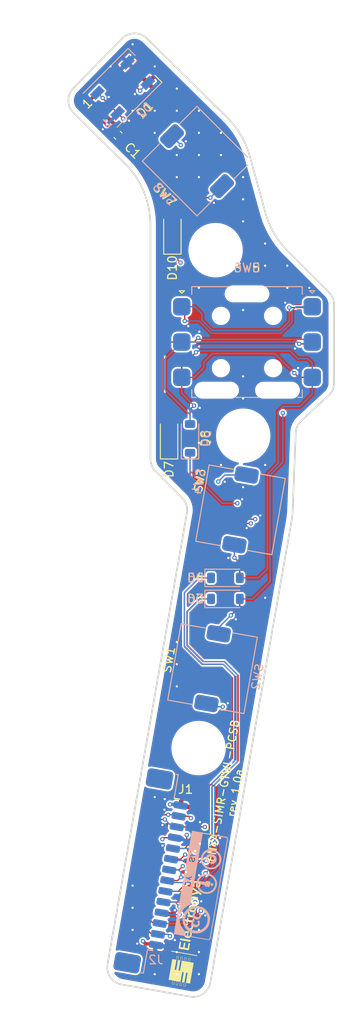
<source format=kicad_pcb>
(kicad_pcb (version 20221018) (generator pcbnew)
  (title_block (title "DIY GT Wheel Side Buttons Board") (date "2023-06-28") (rev "1.0a") (company "Electronya") (comment 1 "ENYA-SIMR-GTWL-PCSB"))
  (layers (0 "F.Cu" mixed "Signal.GND.1") (1 "In1.Cu" mixed "Singal.GND.2") (2 "In2.Cu" mixed "Signal.GND.3") (31 "B.Cu" mixed "Signal.GND.4") (34 "B.Paste" user) (35 "F.Paste" user) (36 "B.SilkS" user "B.Silkscreen") (37 "F.SilkS" user "F.Silkscreen") (38 "B.Mask" user) (39 "F.Mask" user) (44 "Edge.Cuts" user))
  (net 0 "")
  (net 1 "+5V")
  (net 2 "/LED_DO")
  (net 3 "GND")
  (net 4 "/LED_DI")
  (net 5 "/BTN_ROW0")
  (net 6 "Net-(D3-A)")
  (net 7 "/BTN_ROW1")
  (net 8 "Net-(D4-A)")
  (net 9 "/BTN_ROW2")
  (net 10 "Net-(D5-A)")
  (net 11 "/BTN_ROW3")
  (net 12 "Net-(D6-A)")
  (net 13 "/BTN_ROW4")
  (net 14 "Net-(D7-A)")
  (net 15 "/BTN_ROW5")
  (net 16 "Net-(D8-A)")
  (net 17 "/BTN_ROW6")
  (net 18 "Net-(D9-A)")
  (net 19 "/BTN_ROW7")
  (net 20 "Net-(D10-A)")
  (net 21 "/BTN_COL5_6")
  (footprint "MountingHole:MountingHole_3.2mm_M3_DIN965" (layer "F.Cu") (at 214.644268 119.83805)
    (fp_text reference "MH2" hide)
    (fp_text value "MH-NPLTD-M3" hide)
  )
  (footprint "Diode_SMD:D_SOD-123" (layer "F.Cu") (at 206.121 120.142 90)
    (fp_text reference "D7")
    (fp_text value "1N4148W-7-F" hide)
  )
  (footprint "Diode_SMD:D_SOD-123" (layer "F.Cu") (at 212.598 138.557)
    (fp_text reference "D3")
    (fp_text value "1N4148W-7-F" hide)
  )
  (footprint "ENYA_Switch_Push:SKSTAJE_Alps_SPST" (layer "F.Cu") (at 211.120089 146.556993 80)
    (fp_text reference "SW1")
    (fp_text value "SKSTAJE010" hide)
  )
  (footprint "LED_SMD:LED_WS2812B_PLCC4_5.0x5.0mm_P3.2mm" (layer "F.Cu") (at 200.775263 79.925421 45)
    (fp_text reference "D1")
    (fp_text value "WS2812B" hide)
  )
  (footprint "Capacitor_SMD:C_0603_1608Metric" (layer "F.Cu") (at 200.2536 85.3694 -45)
    (fp_text reference "C1")
    (fp_text value "100nF_CER_0603_50V" hide)
  )
  (footprint "ENYA_Connector_PicoBlade:PICO_BLADE_53261_1x14_SMD_RA_1.25MM" (layer "F.Cu") (at 203.17132 169.753376 -100)
    (fp_text reference "J1")
    (fp_text value "PICO_BLADE_1x14_MALE_RA_SMD" hide)
  )
  (footprint "Diode_SMD:D_SOD-123" (layer "F.Cu") (at 208.534 120.142 90)
    (fp_text reference "D8")
    (fp_text value "1N4148W-7-F" hide)
  )
  (footprint "ENYA_Switch_Push:SKSTAJE_Alps_SPST" (layer "F.Cu") (at 214.33258 128.33805 -100)
    (fp_text reference "SW3")
    (fp_text value "SKSTAJE010" hide)
  )
  (footprint "ENYA_Switch_Push:SKSTAJE_Alps_SPST" (layer "F.Cu") (at 209.33258 88.33805 -45)
    (fp_text reference "SW7")
    (fp_text value "SKSTAJE010" hide)
  )
  (footprint "ENYA_Bitmap:Electronya_Logo_12MM" (layer "F.Cu") (at 208.28 176.911 80)
    (fp_text reference "G1" hide)
    (fp_text value "Electronya_Logo" hide)
  )
  (footprint "Diode_SMD:D_SOD-123" (layer "F.Cu") (at 206.502 96.647 90)
    (fp_text reference "D10")
    (fp_text value "1N4148W-7-F" hide)
  )
  (footprint "Diode_SMD:D_SOD-123" (layer "F.Cu") (at 212.598 136.144)
    (fp_text reference "D4")
    (fp_text value "1N4148W-7-F" hide)
  )
  (footprint "MountingHole:MountingHole_3.2mm_M3_DIN965" (layer "F.Cu") (at 211.46894 98.547523)
    (fp_text reference "MH3" hide)
    (fp_text value "MH-NPLTD-M3" hide)
  )
  (footprint "ENYA_Switch_Directional:JS5208_4_DIR_1_PUSH" (layer "F.Cu") (at 215.08258 109.08805)
    (fp_text reference "SW5")
    (fp_text value "JS5208" hide)
  )
  (footprint "MountingHole:MountingHole_3.2mm_M3_DIN965" (layer "F.Cu") (at 209.513843 155.666465)
    (fp_text reference "MH1" hide)
    (fp_text value "MH-NPLTD-M3" hide)
  )
  (footprint "ENYA_Switch_Push:SKSTAJE_Alps_SPST" (layer "B.Cu") (at 209.33258 88.33805 -45)
    (fp_text reference "SW8")
    (fp_text value "SKSTAJE010" hide)
  )
  (footprint "ENYA_Switch_Directional:JS5208_4_DIR_1_PUSH" (layer "B.Cu") (at 215.08258 109.08805 180)
    (fp_text reference "SW6")
    (fp_text value "JS5208" hide)
  )
  (footprint "ENYA_Bitmap:CC-BY-SA_12MM" (layer "B.Cu") (at 209.804 171.45 80)
    (fp_text reference "G2" hide)
    (fp_text value "CC-BY-SA_Logo" hide)
  )
  (footprint "ENYA_Switch_Push:SKSTAJE_Alps_SPST" (layer "B.Cu") (at 214.33258 128.33805 -100)
    (fp_text reference "SW4")
    (fp_text value "SKSTAJE010" hide)
  )
  (footprint "ENYA_Connector_PicoBlade:PICO_BLADE_53261_1x14_SMD_RA_1.25MM" (layer "B.Cu") (at 203.17132 169.753376 80)
    (fp_text reference "J2")
    (fp_text value "PICO_BLADE_1x14_MALE_RA_SMD" hide)
  )
  (footprint "Diode_SMD:D_SOD-123" (layer "B.Cu") (at 208.534 120.142 90)
    (fp_text reference "D9")
    (fp_text value "1N4148W-7-F" hide)
  )
  (footprint "Diode_SMD:D_SOD-123" (layer "B.Cu") (at 212.598 138.557)
    (fp_text reference "D6")
    (fp_text value "1N4148W-7-F" hide)
  )
  (footprint "ENYA_Switch_Push:SKSTAJE_Alps_SPST" (layer "B.Cu") (at 211.120089 146.556993 80)
    (fp_text reference "SW2")
    (fp_text value "SKSTAJE010" hide)
  )
  (footprint "LED_SMD:LED_WS2812B_PLCC4_5.0x5.0mm_P3.2mm" (layer "B.Cu") (at 200.775263 79.925421 45)
    (fp_text reference "D2")
    (fp_text value "WS2812B" hide)
  )
  (footprint "Diode_SMD:D_SOD-123" (layer "B.Cu") (at 212.598 136.144)
    (fp_text reference "D5")
    (fp_text value "1N4148W-7-F" hide)
  )
  (gr_arc (start 219.762316 98.649191) (mid 218.194528 96.614994) (end 217.196543 94.248573) (stroke (width 0.2)) (layer "Edge.Cuts"))
  (gr_line (start 221.321455 118.120369) (end 224.440664 115.2351) (stroke (width 0.2)) (layer "Edge.Cuts"))
  (gr_arc (start 212.774586 83.308006) (mid 214.381364 85.365452) (end 215.400902 87.768654) (stroke (width 0.2)) (layer "Edge.Cuts"))
  (gr_line (start 200.669051 182.792692) (end 208.547514 184.181877) (stroke (width 0.2)) (layer "Edge.Cuts"))
  (gr_arc (start 210.864425 182.559558) (mid 210.041954 183.850553) (end 208.547514 184.181877) (stroke (width 0.2)) (layer "Edge.Cuts"))
  (gr_arc (start 220.681055 119.510704) (mid 220.862969 118.751838) (end 221.321455 118.120369) (stroke (width 0.2)) (layer "Edge.Cuts"))
  (gr_arc (start 225.08258 113.766901) (mid 224.915104 114.568109) (end 224.440664 115.2351) (stroke (width 0.2)) (layer "Edge.Cuts"))
  (gr_arc (start 220.338605 128.300246) (mid 220.289278 128.976277) (end 220.194264 129.647412) (stroke (width 0.2)) (layer "Edge.Cuts"))
  (gr_arc (start 195.142729 82.801975) (mid 194.544916 81.392806) (end 195.118614 79.973651) (stroke (width 0.2)) (layer "Edge.Cuts"))
  (gr_line (start 195.142729 82.801975) (end 200.990326 88.550701) (stroke (width 0.2)) (layer "Edge.Cuts"))
  (gr_arc (start 224.496794 103.383669) (mid 224.930329 104.032518) (end 225.08258 104.797883) (stroke (width 0.2)) (layer "Edge.Cuts"))
  (gr_line (start 225.08258 113.766901) (end 225.08258 104.797883) (stroke (width 0.2)) (layer "Edge.Cuts"))
  (gr_line (start 210.864425 182.559558) (end 220.194264 129.647412) (stroke (width 0.2)) (layer "Edge.Cuts"))
  (gr_arc (start 200.669051 182.792692) (mid 199.378037 181.970224) (end 199.046732 180.47578) (stroke (width 0.2)) (layer "Edge.Cuts"))
  (gr_line (start 220.338605 128.300246) (end 220.681055 119.510704) (stroke (width 0.2)) (layer "Edge.Cuts"))
  (gr_arc (start 200.990326 88.550701) (mid 203.2022 91.815614) (end 203.979803 95.681798) (stroke (width 0.2)) (layer "Edge.Cuts"))
  (gr_arc (start 200.727033 74.268773) (mid 202.136209 73.670923) (end 203.555358 74.244658) (stroke (width 0.2)) (layer "Edge.Cuts"))
  (gr_arc (start 204.565589 123.90997) (mid 204.132037 123.261125) (end 203.979803 122.495757) (stroke (width 0.2)) (layer "Edge.Cuts"))
  (gr_line (start 224.496794 103.383669) (end 219.762316 98.649191) (stroke (width 0.2)) (layer "Edge.Cuts"))
  (gr_line (start 212.774586 83.308006) (end 203.555358 74.244658) (stroke (width 0.2)) (layer "Edge.Cuts"))
  (gr_line (start 217.196543 94.248573) (end 215.400902 87.768654) (stroke (width 0.2)) (layer "Edge.Cuts"))
  (gr_arc (start 207.616796 126.961178) (mid 208.109998 127.773981) (end 208.172198 128.722688) (stroke (width 0.2)) (layer "Edge.Cuts"))
  (gr_line (start 200.727033 74.268773) (end 195.118614 79.973651) (stroke (width 0.2)) (layer "Edge.Cuts"))
  (gr_line (start 203.979803 95.681798) (end 203.979803 122.495757) (stroke (width 0.2)) (layer "Edge.Cuts"))
  (gr_line (start 204.565589 123.90997) (end 207.616796 126.961178) (stroke (width 0.2)) (layer "Edge.Cuts"))
  (gr_line (start 208.172198 128.722688) (end 199.046732 180.47578) (stroke (width 0.2)) (layer "Edge.Cuts"))
  (gr_text "ENYA-SIMR-GTWL-PCSB\nrev 1.0a" (at 214.249 160.909 80) (layer "F.SilkS") (effects (font (size 0.889 0.889)) (justify bottom)))
  (segment (start 197.057016 81.310215) (end 197.876125 80.491106) (width 0.381) (layer "F.Cu") (net 1))
  (segment (start 197.057016 82.249016) (end 197.057016 81.310215) (width 0.381) (layer "F.Cu") (net 1))
  (segment (start 203.4286 178.1302) (end 204.488052 178.1302) (width 0.381) (layer "F.Cu") (net 1))
  (segment (start 199.680192 84.821392) (end 199.705592 84.821392) (width 0.381) (layer "F.Cu") (net 1))
  (segment (start 204.488052 178.1302) (end 204.616371 178.258519) (width 0.381) (layer "F.Cu") (net 1))
  (segment (start 198.9836 84.1248) (end 199.680192 84.821392) (width 0.381) (layer "F.Cu") (net 1))
  (segment (start 198.9328 84.1248) (end 197.057016 82.249016) (width 0.381) (layer "F.Cu") (net 1))
  (segment (start 198.9836 84.1248) (end 198.9328 84.1248) (width 0.381) (layer "F.Cu") (net 1))
  (segment (start 203.4286 178.1302) (end 203.1238 177.8254) (width 0.381) (layer "F.Cu") (net 1))
  (via (at 198.9836 84.1248) (size 0.508) (drill 0.254) (layers "F.Cu" "B.Cu") (net 1))
  (via (at 206.237203 162.121818) (size 0.508) (drill 0.254) (layers "F.Cu" "B.Cu") (net 1))
  (via (at 203.1238 177.8254) (size 0.508) (drill 0.254) (layers "F.Cu" "B.Cu") (net 1))
  (segment (start 207.304579 162.121818) (end 207.438154 162.255393) (width 0.381) (layer "B.Cu") (net 1))
  (segment (start 198.9836 84.1248) (end 200.209578 82.898822) (width 0.381) (layer "B.Cu") (net 1))
  (segment (start 200.209578 82.898822) (end 200.209578 82.824559) (width 0.381) (layer "B.Cu") (net 1))
  (segment (start 206.237203 162.121818) (end 207.304579 162.121818) (width 0.381) (layer "B.Cu") (net 1))
  (segment (start 203.6318 176.53) (end 204.129309 177.027509) (width 0.1524) (layer "F.Cu") (net 2))
  (segment (start 200.8378 83.452781) (end 200.209578 82.824559) (width 0.1524) (layer "F.Cu") (net 2))
  (segment (start 200.8378 83.4644) (end 200.8378 83.452781) (width 0.1524) (layer "F.Cu") (net 2))
  (segment (start 204.129309 177.027509) (end 204.833431 177.027509) (width 0.1524) (layer "F.Cu") (net 2))
  (segment (start 203.6318 165.0238) (end 203.6318 176.53) (width 0.1524) (layer "F.Cu") (net 2))
  (segment (start 205.336887 163.318713) (end 203.6318 165.0238) (width 0.1524) (layer "F.Cu") (net 2))
  (segment (start 198.488228 81.103209) (end 200.209578 82.824559) (width 0.1524) (layer "F.Cu") (net 2))
  (segment (start 206.026158 163.318713) (end 205.336887 163.318713) (width 0.1524) (layer "F.Cu") (net 2))
  (segment (start 198.488228 81.089429) (end 198.488228 81.103209) (width 0.1524) (layer "F.Cu") (net 2))
  (via (at 200.8378 83.4644) (size 0.508) (drill 0.254) (layers "F.Cu" "B.Cu") (net 2))
  (via (at 206.026158 163.318713) (size 0.508) (drill 0.254) (layers "F.Cu" "B.Cu") (net 2))
  (via (at 198.488228 81.089429) (size 0.508) (drill 0.254) (layers "F.Cu" "B.Cu") (net 2))
  (segment (start 206.026158 163.318713) (end 207.053405 163.318713) (width 0.1524) (layer "B.Cu") (net 2))
  (segment (start 197.889905 80.491106) (end 198.488228 81.089429) (width 0.1524) (layer "B.Cu") (net 2))
  (segment (start 207.053405 163.318713) (end 207.221094 163.486402) (width 0.1524) (layer "B.Cu") (net 2))
  (segment (start 197.876125 80.491106) (end 197.889905 80.491106) (width 0.1524) (layer "B.Cu") (net 2))
  (via (at 217.17 138.43) (size 0.508) (drill 0.254) (layers "F.Cu" "B.Cu") (net 3))
  (via (at 205.5876 162.7378) (size 0.508) (drill 0.254) (layers "F.Cu" "B.Cu") (net 3))
  (via (at 209.55 87.63) (size 0.508) (drill 0.254) (layers "F.Cu" "B.Cu") (net 3))
  (via (at 199.1868 80.9752) (size 0.508) (drill 0.254) (layers "F.Cu" "B.Cu") (net 3))
  (via (at 207.01 82.55) (size 0.508) (drill 0.254) (layers "F.Cu" "B.Cu") (net 3))
  (via (at 207.01 80.01) (size 0.508) (drill 0.254) (layers "F.Cu" "B.Cu") (net 3))
  (via (at 209.55 85.09) (size 0.508) (drill 0.254) (layers "F.Cu" "B.Cu") (net 3))
  (via (at 208.3308 107.2642) (size 0.508) (drill 0.254) (layers "F.Cu" "B.Cu") (net 3))
  (via (at 219.71 100.33) (size 0.508) (drill 0.254) (layers "F.Cu" "B.Cu") (net 3))
  (via (at 212.09 85.09) (size 0.508) (drill 0.254) (layers "F.Cu" "B.Cu") (net 3))
  (via (at 214.63 90.17) (size 0.508) (drill 0.254) (layers "F.Cu" "B.Cu") (net 3))
  (via (at 222.25 102.87) (size 0.508) (drill 0.254) (layers "F.Cu" "B.Cu") (net 3))
  (via (at 219.71 102.87) (size 0.508) (drill 0.254) (layers "F.Cu" "B.Cu") (net 3))
  (via (at 208.0768 169.9006) (size 0.508) (drill 0.254) (layers "F.Cu" "B.Cu") (net 3))
  (via (at 209.5754 109.601) (size 0.508) (drill 0.254) (layers "F.Cu" "B.Cu") (net 3))
  (via (at 214.63 95.25) (size 0.508) (drill 0.254) (layers "F.Cu" "B.Cu") (net 3))
  (via (at 199.39 77.47) (size 0.508) (drill 0.254) (layers "F.Cu" "B.Cu") (net 3))
  (via (at 209.6516 116.6368) (size 0.508) (drill 0.254) (layers "F.Cu" "B.Cu") (net 3))
  (via (at 209.677 164.1602) (size 0.508) (drill 0.254) (layers "F.Cu" "B.Cu") (net 3))
  (via (at 209.55 181.61) (size 0.508) (drill 0.254) (layers "F.Cu" "B.Cu") (net 3))
  (via (at 207.01 181.61) (size 0.508) (drill 0.254) (layers "F.Cu" "B.Cu") (net 3))
  (via (at 209.8294 173.2534) (size 0.508) (drill 0.254) (layers "F.Cu" "B.Cu") (net 3))
  (via (at 206.7814 177.6984) (size 0.508) (drill 0.254) (layers "F.Cu" "B.Cu") (net 3))
  (via (at 201.5236 83.693) (size 0.508) (drill 0.254) (layers "F.Cu" "B.Cu") (net 3))
  (via (at 209.55 179.07) (size 0.508) (drill 0.254) (layers "F.Cu" "B.Cu") (net 3))
  (via (at 204.47 82.55) (size 0.508) (drill 0.254) (layers "F.Cu" "B.Cu") (net 3))
  (via (at 217.17 100.33) (size 0.508) (drill 0.254) (layers "F.Cu" "B.Cu") (net 3))
  (via (at 209.55 102.87) (size 0.508) (drill 0.254) (layers "F.Cu" "B.Cu") (net 3))
  (via (at 201.93 74.93) (size 0.508) (drill 0.254) (layers "F.Cu" "B.Cu") (net 3))
  (via (at 209.6008 107.8992) (size 0.508) (drill 0.254) (layers "F.Cu" "B.Cu") (net 3))
  (via (at 220.9546 112.0648) (size 0.508) (drill 0.254) (layers "F.Cu" "B.Cu") (net 3))
  (via (at 212.09 123.19) (size 0.508) (drill 0.254) (layers "F.Cu" "B.Cu") (net 3))
  (via (at 209.6516 166.6494) (size 0.508) (drill 0.254) (layers "F.Cu" "B.Cu") (net 3))
  (via (at 213.7918 140.8938) (size 0.508) (drill 0.254) (layers "F.Cu" "B.Cu") (net 3))
  (via (at 207.01 148.59) (size 0.508) (drill 0.254) (layers "F.Cu" "B.Cu") (net 3))
  (via (at 214.63 113.03) (size 0.508) (drill 0.254) (layers "F.Cu" "B.Cu") (net 3))
  (via (at 212.5218 125.1204) (size 0.508) (drill 0.254) (layers "F.Cu" "B.Cu") (net 3))
  (via (at 211.2772 93.1164) (size 0.508) (drill 0.254) (layers "F.Cu" "B.Cu") (net 3))
  (via (at 217.17 97.79) (size 0.508) (drill 0.254) (layers "F.Cu" "B.Cu") (net 3))
  (via (at 220.599 109.8296) (size 0.508) (drill 0.254) (layers "F.Cu" "B.Cu") (net 3))
  (via (at 209.55 90.17) (size 0.508) (drill 0.254) (layers "F.Cu" "B.Cu") (net 3))
  (via (at 206.7814 174.2694) (size 0.508) (drill 0.254) (layers "F.Cu" "B.Cu") (net 3))
  (via (at 214.63 92.71) (size 0.508) (drill 0.254) (layers "F.Cu" "B.Cu") (net 3))
  (via (at 201.93 176.53) (size 0.508) (drill 0.254) (layers "F.Cu" "B.Cu") (net 3))
  (via (at 214.63 115.57) (size 0.508) (drill 0.254) (layers "F.Cu" "B.Cu") (net 3))
  (via (at 201.93 82.55) (size 0.508) (drill 0.254) (layers "F.Cu" "B.Cu") (net 3))
  (via (at 204.47 85.09) (size 0.508) (drill 0.254) (layers "F.Cu" "B.Cu") (net 3))
  (via (at 207.01 179.07) (size 0.508) (drill 0.254) (layers "F.Cu" "B.Cu") (net 3))
  (via (at 205.359 166.8526) (size 0.508) (drill 0.254) (layers "F.Cu" "B.Cu") (net 3))
  (via (at 214.63 105.41) (size 0.508) (drill 0.254) (layers "F.Cu" "B.Cu") (net 3))
  (via (at 212.09 87.63) (size 0.508) (drill 0.254) (layers "F.Cu" "B.Cu") (net 3))
  (via (at 209.55 176.53) (size 0.508) (drill 0.254) (layers "F.Cu" "B.Cu") (net 3))
  (via (at 198.501 84.6836) (size 0.508) (drill 0.254) (layers "F.Cu" "B.Cu") (net 3))
  (via (at 214.63 125.73) (size 0.508) (drill 0.254) (layers "F.Cu" "B.Cu") (net 3))
  (via (at 204.47 77.47) (size 0.508) (drill 0.254) (layers "F.Cu" "B.Cu") (net 3))
  (via (at 207.01 146.05) (size 0.508) (drill 0.254) (layers "F.Cu" "B.Cu") (net 3))
  (via (at 209.55 120.65) (size 0.508) (drill 0.254) (layers "F.Cu" "B.Cu") (net 3))
  (via (at 214.5284 127.127) (size 0.508) (drill 0.254) (layers "F.Cu" "B.Cu") (net 3))
  (via (at 201.93 173.99) (size 0.508) (drill 0.254) (layers "F.Cu" "B.Cu") (net 3))
  (via (at 208.0514 86.0552) (size 0.508) (drill 0.254) (layers "F.Cu" "B.Cu") (net 3))
  (via (at 215.0364 130.429) (size 0.508) (drill 0.254) (layers "F.Cu" "B.Cu") (net 3))
  (via (at 212.8774 150.5204) (size 0.508) (drill 0.254) (layers "F.Cu" "B.Cu") (net 3))
  (via (at 209.55 82.55) (size 0.508) (drill 0.254) (layers "F.Cu" "B.Cu") (net 3))
  (via (at 202.184 80.645) (size 0.508) (drill 0.254) (layers "F.Cu" "B.Cu") (net 3))
  (via (at 207.01 90.17) (size 0.508) (drill 0.254) (layers "F.Cu" "B.Cu") (net 3))
  (via (at 212.9282 133.858) (size 0.508) (drill 0.254) (layers "F.Cu" "B.Cu") (net 3))
  (via (at 205.6262 161.525418) (size 0.508) (drill 0.254) (layers "F.Cu" "B.Cu") (net 3))
  (via (at 207.01 143.51) (size 0.508) (drill 0.254) (layers "F.Cu" "B.Cu") (net 3))
  (via (at 209.5754 170.2562) (size 0.508) (drill 0.254) (layers "F.Cu" "B.Cu") (net 3))
  (via (at 210.2866 174.879) (size 0.508) (drill 0.254) (layers "F.Cu" "B.Cu") (net 3))
  (via (at 205.359 164.4904) (size 0.508) (drill 0.254) (layers "F.Cu" "B.Cu") (net 3))
  (via (at 219.4814 104.5718) (size 0.508) (drill 0.254) (layers "F.Cu" "B.Cu") (net 3))
  (via (at 211.9884 165.989) (size 0.508) (drill 0.254) (layers "F.Cu" "B.Cu") (net 3))
  (via (at 201.93 171.45) (size 0.508) (drill 0.254) (layers "F.Cu" "B.Cu") (net 3))
  (via (at 204.47 181.61) (size 0.508) (drill 0.254) (layers "F.Cu" "B.Cu") (net 3))
  (via (at 216.6112 128.9812) (size 0.508) (drill 0.254) (layers "F.Cu" "B.Cu") (net 3))
  (via (at 202.4634 178.1048) (size 0.508) (drill 0.254) (layers "F.Cu" "B.Cu") (net 3))
  (via (at 204.47 161.29) (size 0.508) (drill 0.254) (layers "F.Cu" "B.Cu") (net 3))
  (via (at 206.8576 100.4062) (size 0.508) (drill 0.254) (layers "F.Cu" "B.Cu") (net 3))
  (via (at 217.17 123.19) (size 0.508) (drill 0.254) (layers "F.Cu" "B.Cu") (net 3))
  (via (at 207.01 87.63) (size 0.508) (drill 0.254) (layers "F.Cu" "B.Cu") (net 3))
  (segment (start 205.22954 163.857112) (end 204.0382 165.048452) (width 0.1524) (layer "F.Cu") (net 4))
  (segment (start 200.66 77.707231) (end 201.340948 77.026283) (width 0.1524) (layer "F.Cu") (net 4))
  (segment (start 205.644586 163.857112) (end 205.22954 163.857112) (width 0.1524) (layer "F.Cu") (net 4))
  (segment (start 200.66 78.1304) (end 200.66 77.707231) (width 0.1524) (layer "F.Cu") (net 4))
  (segment (start 204.0382 175.4886) (end 204.346099 175.796499) (width 0.1524) (layer "F.Cu") (net 4))
  (segment (start 204.346099 175.796499) (end 205.050491 175.796499) (width 0.1524) (layer "F.Cu") (net 4))
  (segment (start 202.7936 80.264) (end 200.66 78.1304) (width 0.1524) (layer "F.Cu") (net 4))
  (segment (start 204.0382 165.048452) (end 204.0382 175.4886) (width 0.1524) (layer "F.Cu") (net 4))
  (via (at 202.7936 80.264) (size 0.508) (drill 0.254) (layers "F.Cu" "B.Cu") (net 4))
  (via (at 205.644586 163.857112) (size 0.508) (drill 0.254) (layers "F.Cu" "B.Cu") (net 4))
  (segment (start 205.644586 163.857112) (end 205.644586 163.861586) (width 0.1524) (layer "B.Cu") (net 4))
  (segment (start 202.7936 80.240537) (end 203.674401 79.359736) (width 0.1524) (layer "B.Cu") (net 4))
  (segment (start 202.7936 80.264) (end 202.7936 80.240537) (width 0.1524) (layer "B.Cu") (net 4))
  (segment (start 206.827821 164.5412) (end 207.004033 164.717412) (width 0.1524) (layer "B.Cu") (net 4))
  (segment (start 206.3242 164.5412) (end 206.827821 164.5412) (width 0.1524) (layer "B.Cu") (net 4))
  (segment (start 205.644586 163.861586) (end 206.3242 164.5412) (width 0.1524) (layer "B.Cu") (net 4))
  (segment (start 210.082652 168.6306) (end 209.0166 169.696652) (width 0.1524) (layer "F.Cu") (net 5))
  (segment (start 210.0326 145.7452) (end 208.1784 143.891) (width 0.1524) (layer "F.Cu") (net 5))
  (segment (start 211.0486 165.505652) (end 211.0486 160.146252) (width 0.1524) (layer "F.Cu") (net 5))
  (segment (start 209.6262 138.557) (end 210.948 138.557) (width 0.1524) (layer "F.Cu") (net 5))
  (segment (start 208.1784 143.891) (end 208.1784 140.0048) (width 0.1524) (layer "F.Cu") (net 5))
  (segment (start 214.0712 147.3454) (end 212.471 145.7452) (width 0.1524) (layer "F.Cu") (net 5))
  (segment (start 211.0486 160.146252) (end 214.0712 157.123652) (width 0.1524) (layer "F.Cu") (net 5))
  (segment (start 208.1784 140.0048) (end 209.6262 138.557) (width 0.1524) (layer "F.Cu") (net 5))
  (segment (start 210.3628 168.6306) (end 210.082652 168.6306) (width 0.1524) (layer "F.Cu") (net 5))
  (segment (start 212.471 145.7452) (end 210.0326 145.7452) (width 0.1524) (layer "F.Cu") (net 5))
  (segment (start 214.0712 157.123652) (end 214.0712 147.3454) (width 0.1524) (layer "F.Cu") (net 5))
  (segment (start 207.168582 172.10347) (end 205.701672 172.10347) (width 0.1524) (layer "F.Cu") (net 5))
  (segment (start 210.439 166.115252) (end 211.0486 165.505652) (width 0.1524) (layer "F.Cu") (net 5))
  (segment (start 209.0166 169.696652) (end 209.0166 170.255452) (width 0.1524) (layer "F.Cu") (net 5))
  (segment (start 210.3628 168.6306) (end 210.439 168.5544) (width 0.1524) (layer "F.Cu") (net 5))
  (segment (start 210.439 168.5544) (end 210.439 166.115252) (width 0.1524) (layer "F.Cu") (net 5))
  (segment (start 209.0166 170.255452) (end 207.168582 172.10347) (width 0.1524) (layer "F.Cu") (net 5))
  (via (at 210.3628 168.6306) (size 0.508) (drill 0.254) (layers "F.Cu" "B.Cu") (net 5))
  (segment (start 210.2866 168.5544) (end 206.496812 168.5544) (width 0.1524) (layer "B.Cu") (net 5))
  (segment (start 206.496812 168.5544) (end 206.352853 168.410441) (width 0.1524) (layer "B.Cu") (net 5))
  (segment (start 210.3628 168.6306) (end 210.2866 168.5544) (width 0.1524) (layer "B.Cu") (net 5))
  (segment (start 213.233 140.4366) (end 214.248 139.4216) (width 0.1524) (layer "F.Cu") (net 6))
  (segment (start 211.825101 141.844499) (end 213.233 140.4366) (width 0.1524) (layer "F.Cu") (net 6))
  (segment (start 214.248 139.4216) (end 214.248 138.557) (width 0.1524) (layer "F.Cu") (net 6))
  (segment (start 211.825101 142.558674) (end 211.825101 141.844499) (width 0.1524) (layer "F.Cu") (net 6))
  (via (at 213.233 140.4366) (size 0.508) (drill 0.254) (layers "F.Cu" "B.Cu") (net 6))
  (segment (start 211.825101 141.844499) (end 211.825101 142.558674) (width 0.1524) (layer "B.Cu") (net 6))
  (segment (start 213.233 140.4366) (end 211.825101 141.844499) (width 0.1524) (layer "B.Cu") (net 6))
  (segment (start 210.7438 160.02) (end 210.7438 165.3794) (width 0.1524) (layer "F.Cu") (net 7))
  (segment (start 213.7664 147.471652) (end 213.7664 156.9974) (width 0.1524) (layer "F.Cu") (net 7))
  (segment (start 212.344748 146.05) (end 213.7664 147.471652) (width 0.1524) (layer "F.Cu") (net 7))
  (segment (start 209.5754 136.144) (end 207.8736 137.8458) (width 0.1524) (layer "F.Cu") (net 7))
  (segment (start 210.1342 168.148) (end 208.7118 169.5704) (width 0.1524) (layer "F.Cu") (net 7))
  (segment (start 207.8736 144.017252) (end 209.906348 146.05) (width 0.1524) (layer "F.Cu") (net 7))
  (segment (start 207.8736 137.8458) (end 207.8736 144.017252) (width 0.1524) (layer "F.Cu") (net 7))
  (segment (start 210.948 136.144) (end 209.5754 136.144) (width 0.1524) (layer "F.Cu") (net 7))
  (segment (start 207.104939 170.872461) (end 207.4926 170.4848) (width 0.1524) (layer "F.Cu") (net 7))
  (segment (start 210.1342 165.989) (end 210.1342 168.148) (width 0.1524) (layer "F.Cu") (net 7))
  (segment (start 208.7118 169.5704) (end 208.7118 170.1292) (width 0.1524) (layer "F.Cu") (net 7))
  (segment (start 208.7118 170.1292) (end 208.3562 170.4848) (width 0.1524) (layer "F.Cu") (net 7))
  (segment (start 213.7664 156.9974) (end 210.7438 160.02) (width 0.1524) (layer "F.Cu") (net 7))
  (segment (start 210.7438 165.3794) (end 210.1342 165.989) (width 0.1524) (layer "F.Cu") (net 7))
  (segment (start 205.918732 170.872461) (end 207.104939 170.872461) (width 0.1524) (layer "F.Cu") (net 7))
  (segment (start 209.906348 146.05) (end 212.344748 146.05) (width 0.1524) (layer "F.Cu") (net 7))
  (segment (start 208.3562 170.4848) (end 207.4926 170.4848) (width 0.1524) (layer "F.Cu") (net 7))
  (via (at 207.4926 170.4848) (size 0.508) (drill 0.254) (layers "F.Cu" "B.Cu") (net 7))
  (segment (start 207.4926 169.926) (end 207.208051 169.641451) (width 0.1524) (layer "B.Cu") (net 7))
  (segment (start 207.4926 170.4848) (end 207.4926 169.926) (width 0.1524) (layer "B.Cu") (net 7))
  (segment (start 207.208051 169.641451) (end 206.135793 169.641451) (width 0.1524) (layer "B.Cu") (net 7))
  (segment (start 213.627568 133.820768) (end 213.6394 133.8326) (width 0.1524) (layer "F.Cu") (net 8))
  (segment (start 213.627568 132.336369) (end 213.627568 133.820768) (width 0.1524) (layer "F.Cu") (net 8))
  (segment (start 214.248 136.144) (end 214.248 134.4412) (width 0.1524) (layer "F.Cu") (net 8))
  (segment (start 214.248 134.4412) (end 213.6394 133.8326) (width 0.1524) (layer "F.Cu") (net 8))
  (via (at 213.6394 133.8326) (size 0.508) (drill 0.254) (layers "F.Cu" "B.Cu") (net 8))
  (segment (start 213.627568 133.820768) (end 213.6394 133.8326) (width 0.1524) (layer "B.Cu") (net 8))
  (segment (start 213.627568 132.336369) (end 213.627568 133.820768) (width 0.1524) (layer "B.Cu") (net 8))
  (segment (start 207.6958 169.2148) (end 207.269149 169.641451) (width 0.1524) (layer "F.Cu") (net 9))
  (segment (start 207.269149 169.641451) (end 206.135793 169.641451) (width 0.1524) (layer "F.Cu") (net 9))
  (via (at 207.6958 169.2148) (size 0.508) (drill 0.254) (layers "F.Cu" "B.Cu") (net 9))
  (via (at 210.312 170.0276) (size 0.508) (drill 0.254) (layers "F.Cu" "B.Cu") (net 9))
  (segment (start 205.918732 170.872461) (end 206.140671 171.0944) (width 0.1524) (layer "B.Cu") (net 9))
  (segment (start 206.140671 171.0944) (end 209.496648 171.0944) (width 0.1524) (layer "B.Cu") (net 9))
  (segment (start 213.6648 147.370052) (end 213.6648 157.1244) (width 0.1524) (layer "B.Cu") (net 9))
  (segment (start 210.312 170.279048) (end 210.312 170.0276) (width 0.1524) (layer "B.Cu") (net 9))
  (segment (start 209.982548 146.05) (end 212.344748 146.05) (width 0.1524) (layer "B.Cu") (net 9))
  (segment (start 211.074 166.0398) (end 210.8962 166.2176) (width 0.1524) (layer "B.Cu") (net 9))
  (segment (start 213.6648 157.1244) (end 211.074 159.7152) (width 0.1524) (layer "B.Cu") (net 9))
  (segment (start 209.6008 136.144) (end 207.899 137.8458) (width 0.1524) (layer "B.Cu") (net 9))
  (segment (start 211.2518 169.0878) (end 210.312 170.0276) (width 0.1524) (layer "B.Cu") (net 9))
  (segment (start 211.074 159.7152) (end 211.074 166.0398) (width 0.1524) (layer "B.Cu") (net 9))
  (segment (start 210.8962 167.0558) (end 211.2518 167.4114) (width 0.1524) (layer "B.Cu") (net 9))
  (segment (start 207.899 137.8458) (end 207.899 143.966452) (width 0.1524) (layer "B.Cu") (net 9))
  (segment (start 209.496648 171.0944) (end 210.312 170.279048) (width 0.1524) (layer "B.Cu") (net 9))
  (segment (start 210.8962 166.2176) (end 210.8962 167.0558) (width 0.1524) (layer "B.Cu") (net 9))
  (segment (start 211.2518 167.4114) (end 211.2518 169.0878) (width 0.1524) (layer "B.Cu") (net 9))
  (segment (start 212.344748 146.05) (end 213.6648 147.370052) (width 0.1524) (layer "B.Cu") (net 9))
  (segment (start 210.948 136.144) (end 209.6008 136.144) (width 0.1524) (layer "B.Cu") (net 9))
  (segment (start 207.899 143.966452) (end 209.982548 146.05) (width 0.1524) (layer "B.Cu") (net 9))
  (segment (start 207.58258 111.89862) (end 207.58258 113.13805) (width 0.1524) (layer "F.Cu") (net 10))
  (segment (start 209.2198 110.2614) (end 207.58258 111.89862) (width 0.1524) (layer "F.Cu") (net 10))
  (via (at 209.2198 110.2614) (size 0.508) (drill 0.254) (layers "F.Cu" "B.Cu") (net 10))
  (segment (start 209.3722 110.109) (end 209.2198 110.2614) (width 0.1524) (layer "B.Cu") (net 10))
  (segment (start 221.1578 116.4844) (end 222.58258 115.05962) (width 0.1524) (layer "B.Cu") (net 10))
  (segment (start 216.3826 136.144) (end 217.424 135.1026) (width 0.1524) (layer "B.Cu") (net 10))
  (segment (start 222.0722 110.998) (end 220.9292 110.998) (width 0.1524) (layer "B.Cu") (net 10))
  (segment (start 222.58258 111.50838) (end 222.0722 110.998) (width 0.1524) (layer "B.Cu") (net 10))
  (segment (start 219.2528 116.4844) (end 221.1578 116.4844) (width 0.1524) (layer "B.Cu") (net 10))
  (segment (start 218.6686 122.987548) (end 218.6686 117.0686) (width 0.1524) (layer "B.Cu") (net 10))
  (segment (start 217.424 124.232148) (end 218.6686 122.987548) (width 0.1524) (layer "B.Cu") (net 10))
  (segment (start 214.248 136.144) (end 216.3826 136.144) (width 0.1524) (layer "B.Cu") (net 10))
  (segment (start 222.58258 113.13805) (end 222.58258 111.50838) (width 0.1524) (layer "B.Cu") (net 10))
  (segment (start 220.0402 110.109) (end 209.3722 110.109) (width 0.1524) (layer "B.Cu") (net 10))
  (segment (start 222.58258 115.05962) (end 222.58258 113.13805) (width 0.1524) (layer "B.Cu") (net 10))
  (segment (start 217.424 135.1026) (end 217.424 124.232148) (width 0.1524) (layer "B.Cu") (net 10))
  (segment (start 218.6686 117.0686) (end 219.2528 116.4844) (width 0.1524) (layer "B.Cu") (net 10))
  (segment (start 220.9292 110.998) (end 220.0402 110.109) (width 0.1524) (layer "B.Cu") (net 10))
  (segment (start 206.352853 168.410441) (end 207.458759 168.410441) (width 0.1524) (layer "F.Cu") (net 11))
  (segment (start 207.458759 168.410441) (end 207.9752 167.894) (width 0.1524) (layer "F.Cu") (net 11))
  (via (at 207.9752 167.894) (size 0.508) (drill 0.254) (layers "F.Cu" "B.Cu") (net 11))
  (via (at 211.3788 166.5224) (size 0.508) (drill 0.254) (layers "F.Cu" "B.Cu") (net 11))
  (segment (start 209.677 138.557) (end 210.948 138.557) (width 0.1524) (layer "B.Cu") (net 11))
  (segment (start 210.1088 145.7452) (end 208.2038 143.8402) (width 0.1524) (layer "B.Cu") (net 11))
  (segment (start 208.2038 143.8402) (end 208.2038 140.0302) (width 0.1524) (layer "B.Cu") (net 11))
  (segment (start 205.701672 172.10347) (end 208.91863 172.10347) (width 0.1524) (layer "B.Cu") (net 11))
  (segment (start 208.2038 140.0302) (end 209.677 138.557) (width 0.1524) (layer "B.Cu") (net 11))
  (segment (start 213.9696 157.250652) (end 213.9696 147.2438) (width 0.1524) (layer "B.Cu") (net 11))
  (segment (start 213.9696 147.2438) (end 212.471 145.7452) (width 0.1524) (layer "B.Cu") (net 11))
  (segment (start 211.5566 169.4655) (end 211.5566 166.7002) (width 0.1524) (layer "B.Cu") (net 11))
  (segment (start 208.91863 172.10347) (end 211.5566 169.4655) (width 0.1524) (layer "B.Cu") (net 11))
  (segment (start 212.471 145.7452) (end 210.1088 145.7452) (width 0.1524) (layer "B.Cu") (net 11))
  (segment (start 211.3788 166.5224) (end 211.3788 159.841452) (width 0.1524) (layer "B.Cu") (net 11))
  (segment (start 211.3788 159.841452) (end 213.9696 157.250652) (width 0.1524) (layer "B.Cu") (net 11))
  (segment (start 211.5566 166.7002) (end 211.3788 166.5224) (width 0.1524) (layer "B.Cu") (net 11))
  (segment (start 222.488027 105.132603) (end 222.58258 105.03805) (width 0.1524) (layer "F.Cu") (net 12))
  (segment (start 219.940603 105.132603) (end 222.488027 105.132603) (width 0.1524) (layer "F.Cu") (net 12))
  (via (at 219.202 117.221) (size 0.508) (drill 0.254) (layers "F.Cu" "B.Cu") (net 12))
  (via (at 219.940603 105.132603) (size 0.508) (drill 0.254) (layers "F.Cu" "B.Cu") (net 12))
  (segment (start 209.9056 105.8672) (end 209.9056 106.579148) (width 0.1524) (layer "B.Cu") (net 12))
  (segment (start 215.7476 138.557) (end 217.7288 136.5758) (width 0.1524) (layer "B.Cu") (net 12))
  (segment (start 217.7288 124.3584) (end 219.202 122.8852) (width 0.1524) (layer "B.Cu") (net 12))
  (segment (start 218.872548 107.7722) (end 219.9386 106.706148) (width 0.1524) (layer "B.Cu") (net 12))
  (segment (start 207.58258 105.03805) (end 209.07645 105.03805) (width 0.1524) (layer "B.Cu") (net 12))
  (segment (start 219.9386 106.706148) (end 219.9386 105.134606) (width 0.1524) (layer "B.Cu") (net 12))
  (segment (start 209.9056 106.579148) (end 211.098652 107.7722) (width 0.1524) (layer "B.Cu") (net 12))
  (segment (start 219.9386 105.134606) (end 219.940603 105.132603) (width 0.1524) (layer "B.Cu") (net 12))
  (segment (start 209.07645 105.03805) (end 209.9056 105.8672) (width 0.1524) (layer "B.Cu") (net 12))
  (segment (start 214.248 138.557) (end 215.7476 138.557) (width 0.1524) (layer "B.Cu") (net 12))
  (segment (start 211.098652 107.7722) (end 218.872548 107.7722) (width 0.1524) (layer "B.Cu") (net 12))
  (segment (start 217.7288 136.5758) (end 217.7288 124.3584) (width 0.1524) (layer "B.Cu") (net 12))
  (segment (start 219.202 122.8852) (end 219.202 117.221) (width 0.1524) (layer "B.Cu") (net 12))
  (segment (start 208.1535 165.6339) (end 208.1535 166.9537) (width 0.1524) (layer "F.Cu") (net 13))
  (segment (start 213.3346 129.8956) (end 215.519 129.8956) (width 0.1524) (layer "F.Cu") (net 13))
  (segment (start 208.1535 166.9537) (end 207.91792 167.18928) (width 0.1524) (layer "F.Cu") (net 13))
  (segment (start 207.91792 167.18928) (end 206.568177 167.18928) (width 0.1524) (layer "F.Cu") (net 13))
  (segment (start 206.121 121.792) (end 206.121 122.682) (width 0.1524) (layer "F.Cu") (net 13))
  (segment (start 206.121 122.682) (end 213.3346 129.8956) (width 0.1524) (layer "F.Cu") (net 13))
  (via (at 207.3148 173.8371) (size 0.508) (drill 0.254) (layers "F.Cu" "B.Cu") (net 13))
  (via (at 215.519 129.8956) (size 0.508) (drill 0.254) (layers "F.Cu" "B.Cu") (net 13))
  (via (at 208.1535 165.6339) (size 0.508) (drill 0.254) (layers "F.Cu" "B.Cu") (net 13))
  (segment (start 207.3148 173.8371) (end 206.802332 173.324632) (width 0.1524) (layer "B.Cu") (net 13))
  (segment (start 206.802332 173.324632) (end 205.486348 173.324632) (width 0.1524) (layer "B.Cu") (net 13))
  (segment (start 206.121 117.5512) (end 205.4352 116.8654) (width 0.1524) (layer "F.Cu") (net 14))
  (segment (start 206.32915 109.08805) (end 207.58258 109.08805) (width 0.1524) (layer "F.Cu") (net 14))
  (segment (start 208.9917 109.08805) (end 207.58258 109.08805) (width 0.1524) (layer "F.Cu") (net 14))
  (segment (start 209.4738 108.60595) (end 208.9917 109.08805) (width 0.1524) (layer "F.Cu") (net 14))
  (segment (start 205.4352 109.982) (end 206.32915 109.08805) (width 0.1524) (layer "F.Cu") (net 14))
  (segment (start 206.121 118.492) (end 206.121 117.5512) (width 0.1524) (layer "F.Cu") (net 14))
  (segment (start 205.4352 116.8654) (end 205.4352 109.982) (width 0.1524) (layer "F.Cu") (net 14))
  (via (at 209.4738 108.60595) (size 0.508) (drill 0.254) (layers "F.Cu" "B.Cu") (net 14))
  (segment (start 209.4738 108.60595) (end 209.6511 108.78325) (width 0.1524) (layer "B.Cu") (net 14))
  (segment (start 222.27778 108.78325) (end 222.58258 109.08805) (width 0.1524) (layer "B.Cu") (net 14))
  (segment (start 209.6511 108.78325) (end 222.27778 108.78325) (width 0.1524) (layer "B.Cu") (net 14))
  (segment (start 212.470626 128.600574) (end 213.283052 129.413) (width 0.1524) (layer "F.Cu") (net 15))
  (segment (start 205.359 166.116) (end 205.526578 165.948422) (width 0.1524) (layer "F.Cu") (net 15))
  (segment (start 205.526578 165.948422) (end 206.786973 165.948422) (width 0.1524) (layer "F.Cu") (net 15))
  (segment (start 213.283052 129.413) (end 216.027 129.413) (width 0.1524) (layer "F.Cu") (net 15))
  (segment (start 208.534 124.663948) (end 212.470626 128.600574) (width 0.1524) (layer "F.Cu") (net 15))
  (segment (start 208.534 121.792) (end 208.534 124.663948) (width 0.1524) (layer "F.Cu") (net 15))
  (via (at 205.359 166.116) (size 0.508) (drill 0.254) (layers "F.Cu" "B.Cu") (net 15))
  (via (at 207.3402 174.7774) (size 0.508) (drill 0.254) (layers "F.Cu" "B.Cu") (net 15))
  (via (at 216.027 129.413) (size 0.508) (drill 0.254) (layers "F.Cu" "B.Cu") (net 15))
  (segment (start 205.479462 174.7774) (end 205.267552 174.56549) (width 0.1524) (layer "B.Cu") (net 15))
  (segment (start 207.3402 174.7774) (end 205.479462 174.7774) (width 0.1524) (layer "B.Cu") (net 15))
  (segment (start 208.534 116.84) (end 208.9912 116.3828) (width 0.1524) (layer "F.Cu") (net 16))
  (segment (start 221.01185 113.13805) (end 222.58258 113.13805) (width 0.1524) (layer "F.Cu") (net 16))
  (segment (start 208.534 118.492) (end 208.534 116.84) (width 0.1524) (layer "F.Cu") (net 16))
  (segment (start 220.5228 112.649) (end 221.01185 113.13805) (width 0.1524) (layer "F.Cu") (net 16))
  (via (at 208.9912 116.3828) (size 0.508) (drill 0.254) (layers "F.Cu" "B.Cu") (net 16))
  (via (at 220.5228 112.649) (size 0.508) (drill 0.254) (layers "F.Cu" "B.Cu") (net 16))
  (segment (start 207.58258 113.13805) (end 209.01015 113.13805) (width 0.1524) (layer "B.Cu") (net 16))
  (segment (start 209.01015 113.13805) (end 210.1088 112.0394) (width 0.1524) (layer "B.Cu") (net 16))
  (segment (start 207.58258 114.97418) (end 207.58258 113.13805) (width 0.1524) (layer "B.Cu") (net 16))
  (segment (start 218.2876 110.4138) (end 220.5228 112.649) (width 0.1524) (layer "B.Cu") (net 16))
  (segment (start 210.1088 112.0394) (end 210.1088 111.4044) (width 0.1524) (layer "B.Cu") (net 16))
  (segment (start 211.0994 110.4138) (end 218.2876 110.4138) (width 0.1524) (layer "B.Cu") (net 16))
  (segment (start 210.1088 111.4044) (end 211.0994 110.4138) (width 0.1524) (layer "B.Cu") (net 16))
  (segment (start 208.9912 116.3828) (end 207.58258 114.97418) (width 0.1524) (layer "B.Cu") (net 16))
  (segment (start 210.234212 164.717412) (end 207.004033 164.717412) (width 0.1524) (layer "F.Cu") (net 17))
  (segment (start 210.2358 164.719) (end 210.234212 164.717412) (width 0.1524) (layer "F.Cu") (net 17))
  (via (at 209.7786 174.3456) (size 0.508) (drill 0.254) (layers "F.Cu" "B.Cu") (net 17))
  (via (at 210.2358 164.719) (size 0.508) (drill 0.254) (layers "F.Cu" "B.Cu") (net 17))
  (via (at 213.9696 127.5842) (size 0.508) (drill 0.254) (layers "F.Cu" "B.Cu") (net 17))
  (segment (start 209.7786 174.3456) (end 208.327701 175.796499) (width 0.1524) (layer "B.Cu") (net 17))
  (segment (start 208.534 123.8758) (end 212.2424 127.5842) (width 0.1524) (layer "B.Cu") (net 17))
  (segment (start 208.534 121.792) (end 208.534 123.8758) (width 0.1524) (layer "B.Cu") (net 17))
  (segment (start 212.2424 127.5842) (end 213.9696 127.5842) (width 0.1524) (layer "B.Cu") (net 17))
  (segment (start 208.327701 175.796499) (end 205.050491 175.796499) (width 0.1524) (layer "B.Cu") (net 17))
  (segment (start 222.37443 109.2962) (end 222.58258 109.08805) (width 0.1524) (layer "F.Cu") (net 18))
  (segment (start 221.0816 109.2962) (end 222.37443 109.2962) (width 0.1524) (layer "F.Cu") (net 18))
  (via (at 221.0816 109.2962) (size 0.508) (drill 0.254) (layers "F.Cu" "B.Cu") (net 18))
  (segment (start 208.534 118.492) (end 208.534 117.4242) (width 0.1524) (layer "B.Cu") (net 18))
  (segment (start 220.87345 109.08805) (end 207.58258 109.08805) (width 0.1524) (layer "B.Cu") (net 18))
  (segment (start 205.613 114.5032) (end 205.613 111.05763) (width 0.1524) (layer "B.Cu") (net 18))
  (segment (start 208.534 117.4242) (end 205.613 114.5032) (width 0.1524) (layer "B.Cu") (net 18))
  (segment (start 221.0816 109.2962) (end 220.87345 109.08805) (width 0.1524) (layer "B.Cu") (net 18))
  (segment (start 205.613 111.05763) (end 207.58258 109.08805) (width 0.1524) (layer "B.Cu") (net 18))
  (segment (start 208.6356 163.703) (end 208.419002 163.486402) (width 0.1524) (layer "F.Cu") (net 19))
  (segment (start 206.502 99.0346) (end 207.4418 99.9744) (width 0.1524) (layer "F.Cu") (net 19))
  (segment (start 208.419002 163.486402) (end 207.221094 163.486402) (width 0.1524) (layer "F.Cu") (net 19))
  (segment (start 206.502 98.297) (end 206.502 99.0346) (width 0.1524) (layer "F.Cu") (net 19))
  (via (at 208.6356 163.703) (size 0.508) (drill 0.254) (layers "F.Cu" "B.Cu") (net 19))
  (via (at 207.4418 99.9744) (size 0.508) (drill 0.254) (layers "F.Cu" "B.Cu") (net 19))
  (via (at 206.2226 177.2412) (size 0.508) (drill 0.254) (layers "F.Cu" "B.Cu") (net 19))
  (segment (start 206.008909 177.027509) (end 204.833431 177.027509) (width 0.1524) (layer "B.Cu") (net 19))
  (segment (start 206.2226 177.2412) (end 206.008909 177.027509) (width 0.1524) (layer "B.Cu") (net 19))
  (segment (start 212.203434 91.208904) (end 212.194096 91.208904) (width 0.1524) (layer "F.Cu") (net 20))
  (segment (start 207.3402 92.5322) (end 206.502 93.3704) (width 0.1524) (layer "F.Cu") (net 20))
  (segment (start 210.8708 92.5322) (end 207.3402 92.5322) (width 0.1524) (layer "F.Cu") (net 20))
  (segment (start 212.194096 91.208904) (end 210.8708 92.5322) (width 0.1524) (layer "F.Cu") (net 20))
  (segment (start 206.502 93.3704) (end 206.502 94.997) (width 0.1524) (layer "F.Cu") (net 20))
  (via (at 210.8708 92.5322) (size 0.508) (drill 0.254) (layers "F.Cu" "B.Cu") (net 20))
  (segment (start 210.8708 92.5322) (end 210.880138 92.5322) (width 0.1524) (layer "B.Cu") (net 20))
  (segment (start 210.880138 92.5322) (end 212.203434 91.208904) (width 0.1524) (layer "B.Cu") (net 20))
  (segment (start 207.4672 86.47267) (end 206.461726 85.467196) (width 0.1524) (layer "F.Cu") (net 21))
  (segment (start 210.786565 150.9268) (end 210.415077 150.555312) (width 0.1524) (layer "F.Cu") (net 21))
  (segment (start 209.11282 173.33448) (end 209.1177 173.3296) (width 0.1524) (layer "F.Cu") (net 21))
  (segment (start 212.540469 124.339731) (end 215.037592 124.339731) (width 0.1524) (layer "F.Cu") (net 21))
  (segment (start 207.4672 86.487) (end 207.4672 86.47267) (width 0.1524) (layer "F.Cu") (net 21))
  (segment (start 207.9244 105.37987) (end 207.58258 105.03805) (width 0.1524) (layer "F.Cu") (net 21))
  (segment (start 211.783197 125.097003) (end 212.540469 124.339731) (width 0.1524) (layer "F.Cu") (net 21))
  (segment (start 212.2932 150.9268) (end 210.786565 150.9268) (width 0.1524) (layer "F.Cu") (net 21))
  (segment (start 205.484612 173.33448) (end 209.11282 173.33448) (width 0.1524) (layer "F.Cu") (net 21))
  (segment (start 207.9244 106.68) (end 207.9244 105.37987) (width 0.1524) (layer "F.Cu") (net 21))
  (via (at 209.1177 173.3296) (size 0.508) (drill 0.254) (layers "F.Cu" "B.Cu") (net 21))
  (via (at 207.4672 86.487) (size 0.508) (drill 0.254) (layers "F.Cu" "B.Cu") (net 21))
  (via (at 207.9244 106.68) (size 0.508) (drill 0.254) (layers "F.Cu" "B.Cu") (net 21))
  (via (at 211.783197 125.097003) (size 0.508) (drill 0.254) (layers "F.Cu" "B.Cu") (net 21))
  (via (at 209.1177 167.4622) (size 0.508) (drill 0.254) (layers "F.Cu" "B.Cu") (net 21))
  (via (at 212.2932 150.9268) (size 0.508) (drill 0.254) (layers "F.Cu" "B.Cu") (net 21))
  (segment (start 212.2932 150.9268) (end 210.786565 150.9268) (width 0.1524) (layer "B.Cu") (net 21))
  (segment (start 220.2434 106.8324) (end 220.2434 105.5116) (width 0.1524) (layer "B.Cu") (net 21))
  (segment (start 218.9988 108.077) (end 220.2434 106.8324) (width 0.1524) (layer "B.Cu") (net 21))
  (segment (start 209.5754 106.68) (end 210.9724 108.077) (width 0.1524) (layer "B.Cu") (net 21))
  (segment (start 209.1177 167.4622) (end 208.834931 167.179431) (width 0.1524) (layer "B.Cu") (net 21))
  (segment (start 207.4672 86.487) (end 207.4672 86.47267) (width 0.1524) (layer "B.Cu") (net 21))
  (segment (start 207.4672 86.47267) (end 206.461726 85.467196) (width 0.1524) (layer "B.Cu") (net 21))
  (segment (start 210.786565 150.9268) (end 210.415077 150.555312) (width 0.1524) (layer "B.Cu") (net 21))
  (segment (start 208.834931 167.179431) (end 206.569913 167.179431) (width 0.1524) (layer "B.Cu") (net 21))
  (segment (start 210.9724 108.077) (end 218.9988 108.077) (width 0.1524) (layer "B.Cu") (net 21))
  (segment (start 220.71695 105.03805) (end 222.58258 105.03805) (width 0.1524) (layer "B.Cu") (net 21))
  (segment (start 211.783197 125.097003) (end 212.540469 124.339731) (width 0.1524) (layer "B.Cu") (net 21))
  (segment (start 220.2434 105.5116) (end 220.71695 105.03805) (width 0.1524) (layer "B.Cu") (net 21))
  (segment (start 212.540469 124.339731) (end 215.037592 124.339731) (width 0.1524) (layer "B.Cu") (net 21))
  (segment (start 207.9244 106.68) (end 209.5754 106.68) (width 0.1524) (layer "B.Cu") (net 21))
  (zone (net 3) (net_name "GND") (layers "F.Cu" "In1.Cu" "In2.Cu" "B.Cu") (connect_pads (clearance 0.2032)) (min_thickness 0.254) (fill yes (thermal_gap 0.254) (thermal_bridge_width 0.508) (smoothing fillet) (radius 0.635))
    (polygon (pts (xy 187.325 69.85) (xy 225.425 69.85) (xy 225.425 187.325) (xy 186.69 187.325)))
  )
)
</source>
